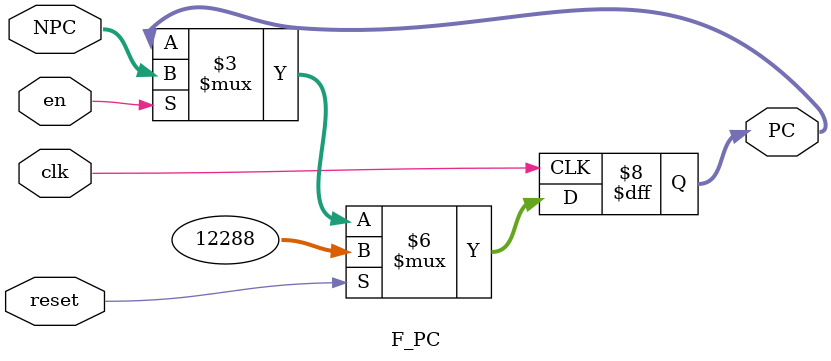
<source format=v>
module F_PC (
    input clk,
    input reset,
    input en,

    input [31:0] NPC,
    output reg [31:0] PC
);

    always @(posedge clk) begin
        if(reset) PC <= 32'h0000_3000;
        else if(en) PC <= NPC;
        else PC <= PC;
    end
    
endmodule
</source>
